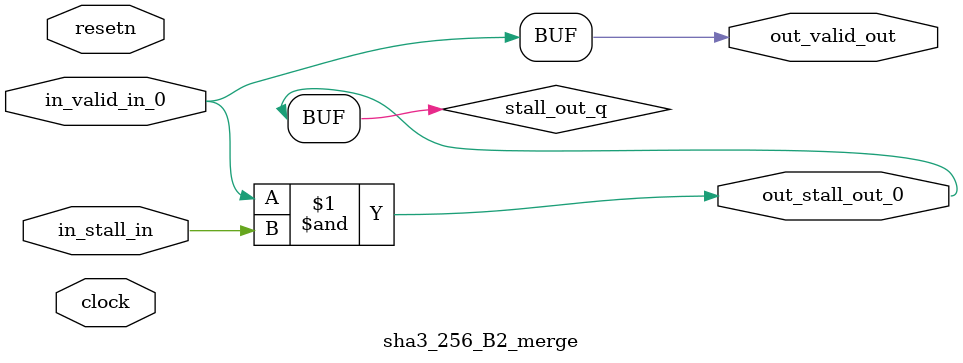
<source format=sv>



(* altera_attribute = "-name AUTO_SHIFT_REGISTER_RECOGNITION OFF; -name MESSAGE_DISABLE 10036; -name MESSAGE_DISABLE 10037; -name MESSAGE_DISABLE 14130; -name MESSAGE_DISABLE 14320; -name MESSAGE_DISABLE 15400; -name MESSAGE_DISABLE 14130; -name MESSAGE_DISABLE 10036; -name MESSAGE_DISABLE 12020; -name MESSAGE_DISABLE 12030; -name MESSAGE_DISABLE 12010; -name MESSAGE_DISABLE 12110; -name MESSAGE_DISABLE 14320; -name MESSAGE_DISABLE 13410; -name MESSAGE_DISABLE 113007; -name MESSAGE_DISABLE 10958" *)
module sha3_256_B2_merge (
    input wire [0:0] in_stall_in,
    input wire [0:0] in_valid_in_0,
    output wire [0:0] out_stall_out_0,
    output wire [0:0] out_valid_out,
    input wire clock,
    input wire resetn
    );

    wire [0:0] stall_out_q;


    // stall_out(LOGICAL,6)
    assign stall_out_q = in_valid_in_0 & in_stall_in;

    // out_stall_out_0(GPOUT,4)
    assign out_stall_out_0 = stall_out_q;

    // out_valid_out(GPOUT,5)
    assign out_valid_out = in_valid_in_0;

endmodule

</source>
